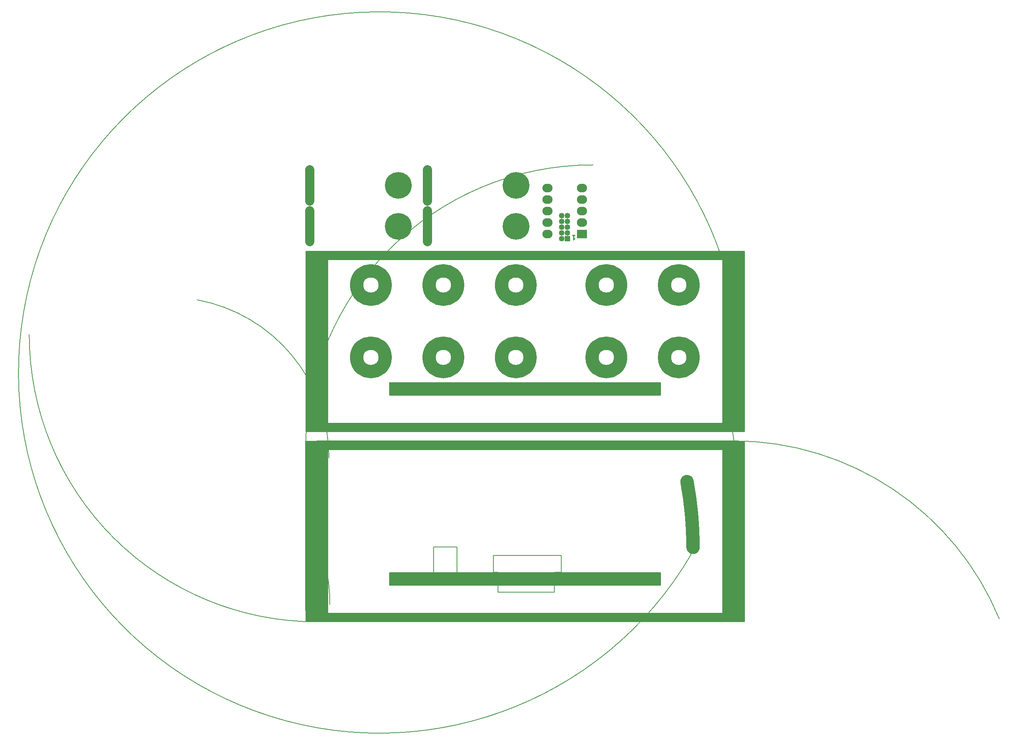
<source format=gts>
%MOIN*%
%OFA0B0*%
%FSLAX46Y46*%
%IPPOS*%
%LPD*%
%ADD10C,0.0039370078740157488*%
%ADD11C,0.00984251968503937*%
%ADD12O,0.088X0.076*%
%ADD13R,0.088X0.076*%
%ADD14R,0.049338582677165357X0.049338582677165357*%
%ADD15C,0.049338582677165357*%
%ADD26C,0.0039370078740157488*%
%ADD27C,0.005905511811023622*%
%ADD28C,0.11811023622047245*%
%ADD29C,0.01*%
%ADD40C,0.0039370078740157488*%
%ADD41C,0.11811023622047245*%
%ADD42C,0.01*%
%ADD53C,0.0039370078740157488*%
%ADD54C,0.07874015748031496*%
%ADD55C,0.23228346456692917*%
%ADD66C,0.0039370078740157488*%
%ADD67C,0.07874015748031496*%
%ADD68C,0.23228346456692917*%
%ADD79C,0.0039370078740157488*%
%ADD80C,0.07874015748031496*%
%ADD81C,0.23228346456692917*%
%ADD92C,0.0039370078740157488*%
%ADD93C,0.07874015748031496*%
%ADD94C,0.23228346456692917*%
%LPD*%
G04 #@! TF.FileFunction,Soldermask,Top*
G04 Gerber Fmt 4.6, Leading zero omitted, Abs format (unit mm)*
G04 Created by KiCad (PCBNEW no-bzr-kicad_new3d-viewer) date 13/05/2016 23:43:42*
G01*
G04 APERTURE LIST*
G04 APERTURE END LIST*
D10*
D11*
X0002319500Y0003364266D02*
X0002341998Y0003364266D01*
X0002330749Y0003364266D02*
X0002330749Y0003324896D01*
X0002334499Y0003330520D01*
X0002338248Y0003334270D01*
X0002341998Y0003336145D01*
D12*
X0002105552Y0003375590D03*
X0002105552Y0003475590D03*
X0002105552Y0003575590D03*
X0002105552Y0003675589D03*
X0002105552Y0003775590D03*
D13*
X0002405552Y0003375590D03*
D12*
X0002405552Y0003475590D03*
X0002405552Y0003575590D03*
X0002405552Y0003675589D03*
X0002405552Y0003775590D03*
D14*
X0002278072Y0003334251D03*
D15*
X0002278072Y0003384251D03*
X0002278072Y0003434251D03*
X0002278072Y0003484251D03*
X0002278072Y0003534251D03*
X0002228072Y0003384251D03*
X0002228072Y0003434251D03*
X0002228072Y0003484251D03*
X0002228072Y0003534251D03*
X0002228072Y0003334251D03*
G04 split*
G04 #@! TF.FileFunction,Soldermask,Top*
G04 Gerber Fmt 4.6, Leading zero omitted, Abs format (unit mm)*
G04 Created by KiCad (PCBNEW no-bzr-kicad_new3d-viewer) date 06/27/16 23:25:45*
G01G01*
G04 APERTURE LIST*
G04 APERTURE END LIST*
D26*
D27*
X0001319037Y0000652338D02*
X0001319037Y0000353127D01*
X0001114313Y0000652338D02*
X0001319037Y0000652338D01*
X0001114313Y0000353127D02*
X0001114313Y0000652338D01*
X0001319037Y0000353127D02*
X0001114313Y0000353127D01*
X0002165494Y0000431867D02*
X0002165494Y0000258637D01*
X0002224549Y0000431867D02*
X0002165494Y0000431867D01*
X0002224549Y0000577536D02*
X0002224549Y0000431867D01*
X0001633998Y0000577536D02*
X0002224549Y0000577536D01*
X0001633998Y0000431867D02*
X0001633998Y0000577536D01*
X0001673368Y0000431867D02*
X0001633998Y0000431867D01*
X0001673368Y0000258637D02*
X0001673368Y0000431867D01*
X0002165494Y0000258637D02*
X0001673368Y0000258637D01*
D28*
X0003369953Y0000647637D02*
G75*
G03G03X0085596823Y0016450002I-0003146824J0000000000D01X0085596823Y0016450002I-0003146824J0000000000D01*
G01G01*
D27*
X0000212598Y0000149606D02*
G75*
G03G03X0005399999Y0003800002I-0001600000J0000000000D01X0005399999Y0003800002I-0001600000J0000000000D01*
G01G01*
X0000098425Y0000000000D02*
G75*
G02G02X0000000000Y0002500002I0000000000J0002500000D01X0000000000Y0002500002I0000000000J0002500000D01*
G01G01*
X0003724409Y0000149606D02*
G75*
G03G03X0094599999Y0003800002I-0001400000J0000000000D01X0094599999Y0003800002I-0001400000J0000000000D01*
G01G01*
X0003818897Y0000098425D02*
G75*
G02G02X0094499999Y0000000002I-0002500000J0000000000D01X0094499999Y0000000002I-0002500000J0000000000D01*
G01G01*
X0003732283Y0001425196D02*
G75*
G03G03X0094799999Y0036200002I-0001600000J0000000000D01X0094799999Y0036200002I-0001600000J0000000000D01*
G01G01*
X0003720472Y0001574803D02*
G75*
G02G02X0096999999Y0037500002I0000000000J-0002500000D01X0096999999Y0037500002I0000000000J-0002500000D01*
G01G01*
X0000000000Y0001476378D02*
G75*
G02G02X0002499999Y0040000002I0002500000J0000000000D01X0002499999Y0040000002I0002500000J0000000000D01*
G01G01*
X0000204724Y0001425196D02*
G75*
G03G03X0005199999Y0036200002I-0001400000J0000000000D01X0005199999Y0036200002I-0001400000J0000000000D01*
G01G01*
X0000000000Y0001476378D02*
X0000000000Y0000098425D01*
X0003818897Y0000098425D02*
X0003818897Y0001476378D01*
X0003720472Y0000000000D02*
X0000098425Y0000000000D01*
X0003720472Y0001574803D02*
X0000098425Y0001574803D01*
X0003352720Y0000585253D02*
G75*
G02G02X0085149999Y0018050002I-0002709089J0001584562D01X0085149999Y0018050002I-0002709089J0001584562D01*
G01G01*
X0003352362Y0000710630D02*
X0003352362Y0000584645D01*
D29*
G36*
X0000004999Y0000005000D02*
X0000191850Y0000005000D01*
X0000191850Y0001569802D01*
X0000004999Y0001569802D01*
X0000004999Y0000005000D01*
X0000004999Y0000005000D01*
G37*
X0000004999Y0000005000D02*
X0000191850Y0000005000D01*
X0000191850Y0001569802D01*
X0000004999Y0001569802D01*
X0000004999Y0000005000D01*
G36*
X0003627047Y0000005000D02*
X0003813897Y0000005000D01*
X0003813897Y0001569802D01*
X0003627047Y0001569802D01*
X0003627047Y0000005000D01*
X0003627047Y0000005000D01*
G37*
X0003627047Y0000005000D02*
X0003813897Y0000005000D01*
X0003813897Y0001569802D01*
X0003627047Y0001569802D01*
X0003627047Y0000005000D01*
G36*
X0000195944Y0001501063D02*
X0003622952Y0001501063D01*
X0003622952Y0001569802D01*
X0000195944Y0001569802D01*
X0000195944Y0001501063D01*
X0000195944Y0001501063D01*
G37*
X0000195944Y0001501063D02*
X0003622952Y0001501063D01*
X0003622952Y0001569802D01*
X0000195944Y0001569802D01*
X0000195944Y0001501063D01*
G36*
X0000195944Y0000005000D02*
X0003622952Y0000005000D01*
X0003622952Y0000073740D01*
X0000195944Y0000073740D01*
X0000195944Y0000005000D01*
X0000195944Y0000005000D01*
G37*
X0000195944Y0000005000D02*
X0003622952Y0000005000D01*
X0003622952Y0000073740D01*
X0000195944Y0000073740D01*
X0000195944Y0000005000D01*
G36*
X0003084796Y0000319960D02*
X0000730623Y0000319960D01*
X0000730623Y0000428070D01*
X0003084796Y0000428070D01*
X0003084796Y0000319960D01*
X0003084796Y0000319960D01*
G37*
X0003084796Y0000319960D02*
X0000730623Y0000319960D01*
X0000730623Y0000428070D01*
X0003084796Y0000428070D01*
X0003084796Y0000319960D01*
G04 split*
G04 #@! TF.FileFunction,Soldermask,Top*
G04 Gerber Fmt 4.6, Leading zero omitted, Abs format (unit mm)*
G04 Created by KiCad (PCBNEW no-bzr-kicad_new3d-viewer) date 06/27/16 23:32:51*
G01G01G01G01*
G04 APERTURE LIST*
G04 APERTURE END LIST*
D40*
D41*
X0000692788Y0002931102D02*
G75*
G03G03G03G03X0000692788Y0002931102I-0000123890J0000000000D01X0000692788Y0002931102I-0000123890J0000000000D01X0000692788Y0002931102I-0000123890J0000000000D01X0000692788Y0002931102I-0000123890J0000000000D01*
G01G01G01G01*
X0001322709Y0002931102D02*
G75*
G03G03G03G03X0001322709Y0002931102I-0000123890J0000000000D01X0001322709Y0002931102I-0000123890J0000000000D01X0001322709Y0002931102I-0000123890J0000000000D01X0001322709Y0002931102I-0000123890J0000000000D01*
G01G01G01G01*
X0001952630Y0002931102D02*
G75*
G03G03G03G03X0001952630Y0002931102I-0000123890J0000000000D01X0001952630Y0002931102I-0000123890J0000000000D01X0001952630Y0002931102I-0000123890J0000000000D01X0001952630Y0002931102I-0000123890J0000000000D01*
G01G01G01G01*
X0002740032Y0002931102D02*
G75*
G03G03G03G03X0002740032Y0002931102I-0000123890J0000000000D01X0002740032Y0002931102I-0000123890J0000000000D01X0002740032Y0002931102I-0000123890J0000000000D01X0002740032Y0002931102I-0000123890J0000000000D01*
G01G01G01G01*
X0003369953Y0002931102D02*
G75*
G03G03G03G03X0003369953Y0002931102I-0000123890J0000000000D01X0003369953Y0002931102I-0000123890J0000000000D01X0003369953Y0002931102I-0000123890J0000000000D01X0003369953Y0002931102I-0000123890J0000000000D01*
G01G01G01G01*
X0003369953Y0002301181D02*
G75*
G03G03G03G03X0003369953Y0002301181I-0000123890J0000000000D01X0003369953Y0002301181I-0000123890J0000000000D01X0003369953Y0002301181I-0000123890J0000000000D01X0003369953Y0002301181I-0000123890J0000000000D01*
G01G01G01G01*
X0002740032Y0002301181D02*
G75*
G03G03G03G03X0002740032Y0002301181I-0000123890J0000000000D01X0002740032Y0002301181I-0000123890J0000000000D01X0002740032Y0002301181I-0000123890J0000000000D01X0002740032Y0002301181I-0000123890J0000000000D01*
G01G01G01G01*
X0001952630Y0002301181D02*
G75*
G03G03G03G03X0001952630Y0002301181I-0000123890J0000000000D01X0001952630Y0002301181I-0000123890J0000000000D01X0001952630Y0002301181I-0000123890J0000000000D01X0001952630Y0002301181I-0000123890J0000000000D01*
G01G01G01G01*
X0001322709Y0002301181D02*
G75*
G03G03G03G03X0001322709Y0002301181I-0000123890J0000000000D01X0001322709Y0002301181I-0000123890J0000000000D01X0001322709Y0002301181I-0000123890J0000000000D01X0001322709Y0002301181I-0000123890J0000000000D01*
G01G01G01G01*
X0000692788Y0002301181D02*
G75*
G03G03G03G03X0000692788Y0002301181I-0000123890J0000000000D01X0000692788Y0002301181I-0000123890J0000000000D01X0000692788Y0002301181I-0000123890J0000000000D01X0000692788Y0002301181I-0000123890J0000000000D01*
G01G01G01G01*
D42*
G36*
X0000004999Y0001658543D02*
X0000191850Y0001658543D01*
X0000191850Y0003223346D01*
X0000004999Y0003223346D01*
X0000004999Y0001658543D01*
X0000004999Y0001658543D01*
G37*
X0000004999Y0001658543D02*
X0000191850Y0001658543D01*
X0000191850Y0003223346D01*
X0000004999Y0003223346D01*
X0000004999Y0001658543D01*
G36*
X0003627047Y0001658543D02*
X0003813897Y0001658543D01*
X0003813897Y0003223346D01*
X0003627047Y0003223346D01*
X0003627047Y0001658543D01*
X0003627047Y0001658543D01*
G37*
X0003627047Y0001658543D02*
X0003813897Y0001658543D01*
X0003813897Y0003223346D01*
X0003627047Y0003223346D01*
X0003627047Y0001658543D01*
G36*
X0000195944Y0003154606D02*
X0003622952Y0003154606D01*
X0003622952Y0003223346D01*
X0000195944Y0003223346D01*
X0000195944Y0003154606D01*
X0000195944Y0003154606D01*
G37*
X0000195944Y0003154606D02*
X0003622952Y0003154606D01*
X0003622952Y0003223346D01*
X0000195944Y0003223346D01*
X0000195944Y0003154606D01*
G36*
X0000195944Y0001658543D02*
X0003622952Y0001658543D01*
X0003622952Y0001727283D01*
X0000195944Y0001727283D01*
X0000195944Y0001658543D01*
X0000195944Y0001658543D01*
G37*
X0000195944Y0001658543D02*
X0003622952Y0001658543D01*
X0003622952Y0001727283D01*
X0000195944Y0001727283D01*
X0000195944Y0001658543D01*
G36*
X0000730623Y0001973501D02*
X0003084796Y0001973501D01*
X0003084796Y0002081614D01*
X0000730623Y0002081614D01*
X0000730623Y0001973501D01*
X0000730623Y0001973501D01*
G37*
X0000730623Y0001973501D02*
X0003084796Y0001973501D01*
X0003084796Y0002081614D01*
X0000730623Y0002081614D01*
X0000730623Y0001973501D01*
G04 split*
G04 #@! TF.FileFunction,Soldermask,Top*
G04 Gerber Fmt 4.6, Leading zero omitted, Abs format (unit mm)*
G04 Created by KiCad (PCBNEW no-bzr-kicad_new3d-viewer) date 06/27/16 23:34:47*
G01G01*
G04 APERTURE LIST*
G04 APERTURE END LIST*
D53*
D54*
X0000037484Y0003578740D02*
X0000037484Y0003307085D01*
D55*
X0000807169Y0003442913D03*
G04 split*
G04 #@! TF.FileFunction,Soldermask,Top*
G04 Gerber Fmt 4.6, Leading zero omitted, Abs format (unit mm)*
G04 Created by KiCad (PCBNEW no-bzr-kicad_new3d-viewer) date 06/27/16 23:34:47*
G01G01G01G01*
G04 APERTURE LIST*
G04 APERTURE END LIST*
D66*
D67*
X0000037484Y0003933070D02*
X0000037484Y0003661417D01*
D68*
X0000807169Y0003797243D03*
G04 split*
G04 #@! TF.FileFunction,Soldermask,Top*
G04 Gerber Fmt 4.6, Leading zero omitted, Abs format (unit mm)*
G04 Created by KiCad (PCBNEW no-bzr-kicad_new3d-viewer) date 06/27/16 23:34:47*
G01G01G01G01*
G04 APERTURE LIST*
G04 APERTURE END LIST*
D79*
D80*
X0001061106Y0003578740D02*
X0001061106Y0003307085D01*
D81*
X0001830792Y0003442913D03*
G04 split*
G04 #@! TF.FileFunction,Soldermask,Top*
G04 Gerber Fmt 4.6, Leading zero omitted, Abs format (unit mm)*
G04 Created by KiCad (PCBNEW no-bzr-kicad_new3d-viewer) date 06/27/16 23:34:47*
G01G01G01G01G01G01G01G01*
G04 APERTURE LIST*
G04 APERTURE END LIST*
D92*
D93*
X0001061106Y0003933070D02*
X0001061106Y0003661417D01*
D94*
X0001830792Y0003797243D03*
M02*

</source>
